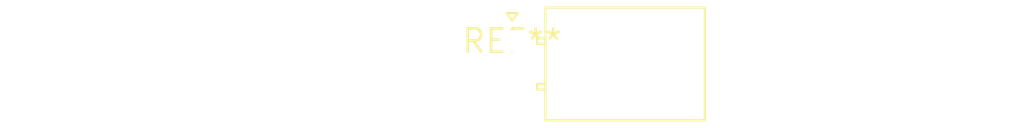
<source format=kicad_pcb>
(kicad_pcb (version 20240108) (generator pcbnew)
  (layers (0 "F.Cu" signal) (31 "B.Cu" signal) (34 "B.Paste" user) (35 "F.Paste" user) (36 "B.SilkS" user "B.Silkscreen") (37 "F.SilkS" user "F.Silkscreen") (38 "B.Mask" user) (39 "F.Mask" user) (44 "Edge.Cuts" user))
  (net 0 "")
  (footprint "Molex_Nano-Fit_105313-xx02_1x02_P2.50mm_Horizontal" (layer "F.Cu") (at 0 0)
    (property "Reference" "REF**")
    (property "Value" "Molex_Nano-Fit_105313-xx02_1x02_P2.50mm_Horizontal")
    (fp_line (start -0.3 -1.534264) (end 0 -1.11) (layer "F.SilkS") (stroke (width 0.12)))
    (fp_line (start 0 -1.11) (end 0.3 -1.534264) (layer "F.SilkS") (stroke (width 0.12)))
    (fp_line (start 0.3 -1.534264) (end -0.3 -1.534264) (layer "F.SilkS") (stroke (width 0.12)))
    (fp_line (start 1.36 -0.15) (end 1.36 0.15) (layer "F.SilkS") (stroke (width 0.12)))
    (fp_line (start 1.36 0.15) (end 1.81 0.15) (layer "F.SilkS") (stroke (width 0.12)))
    (fp_line (start 1.36 2.35) (end 1.36 2.65) (layer "F.SilkS") (stroke (width 0.12)))
    (fp_line (start 1.36 2.65) (end 1.81 2.65) (layer "F.SilkS") (stroke (width 0.12)))
    (fp_line (start 1.81 -1.83) (end 1.81 4.33) (layer "F.SilkS") (stroke (width 0.12)))
    (fp_line (start 1.81 -0.15) (end 1.36 -0.15) (layer "F.SilkS") (stroke (width 0.12)))
    (fp_line (start 1.81 0.15) (end 1.81 -0.15) (layer "F.SilkS") (stroke (width 0.12)))
    (fp_line (start 1.81 2.35) (end 1.36 2.35) (layer "F.SilkS") (stroke (width 0.12)))
    (fp_line (start 1.81 2.65) (end 1.81 2.35) (layer "F.SilkS") (stroke (width 0.12)))
    (fp_line (start 1.81 4.33) (end 10.49 4.33) (layer "F.SilkS") (stroke (width 0.12)))
    (fp_line (start 10.49 -1.83) (end 1.81 -1.83) (layer "F.SilkS") (stroke (width 0.12)))
    (fp_line (start 10.49 4.33) (end 10.49 -1.83) (layer "F.SilkS") (stroke (width 0.12)))
    (pad "" np_thru_hole circle (at 7.18 0) (size 1.7 1.7) (drill 1.7) (layers *.Cu *.Mask))
    (pad "" np_thru_hole circle (at 7.18 2.5) (size 1.7 1.7) (drill 1.7) (layers *.Cu *.Mask))
    (pad "1" thru_hole roundrect (at 0 0) (size 2.2 1.7) (drill 1.2) (layers *.Cu *.Mask) (remove_unused_layers) (roundrect_rratio 0.147059))
    (pad "2" thru_hole oval (at 0 2.5) (size 2.2 1.7) (drill 1.2) (layers *.Cu *.Mask) (remove_unused_layers))
  )
)
</source>
